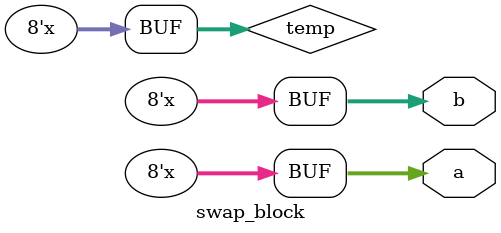
<source format=v>
`timescale 1ns / 1ps


module swap_block(a,b);
  output  reg [7:0]a;
  output reg [7:0]b;
  reg [7:0]temp;
  always @ (*)
     begin
       temp = b;
       b = a;
       a = temp;
     end 
endmodule

</source>
